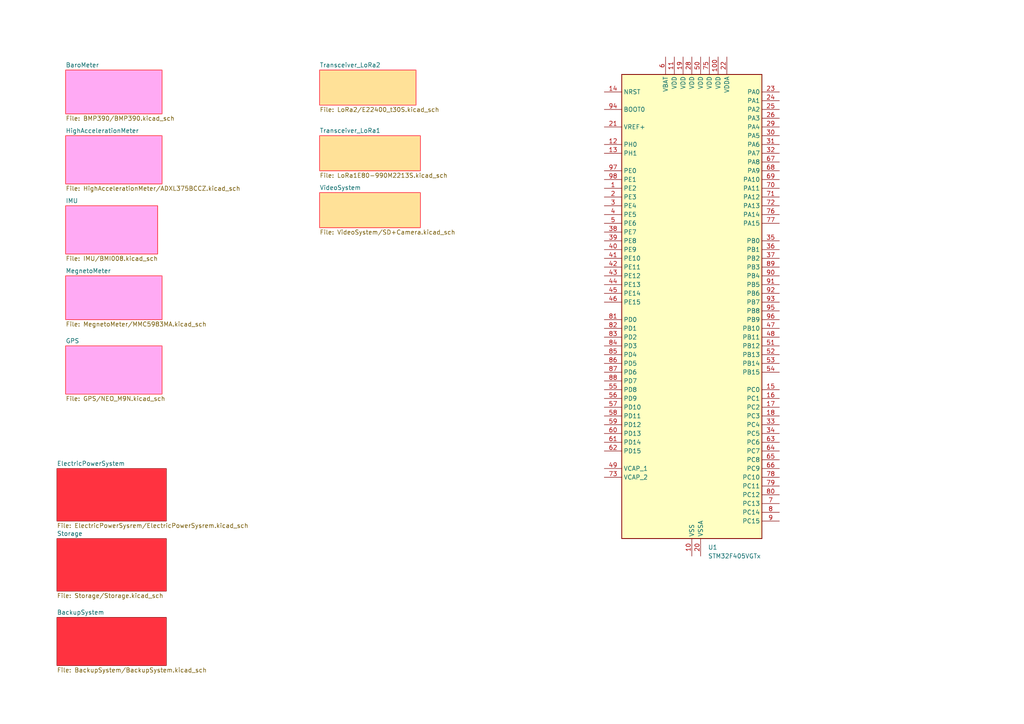
<source format=kicad_sch>
(kicad_sch (version 20250114) (generator "eeschema") (generator_version "9.0")
  (paper "A4")
  (lib_symbols
    (symbol "MCU_ST_STM32F4:STM32F405VGTx"
      (property "Reference" "U" (at -20.32 69.85 0))
      (property "Value" "STM32F405VGTx" (at 12.7 69.85 0))
      (symbol "STM32F405VGTx_0_1"
        (rectangle (start -20.32 -66.04) (end 20.32 68.58) (stroke (width 0.254)) (fill (type background)))
      )
      (symbol "STM32F405VGTx_1_1"
        (pin input line (at -25.4 63.5 0) (length 5.08) (name "NRST") (number "14"))
        (pin input line (at -25.4 58.42 0) (length 5.08) (name "BOOT0") (number "94"))
        (pin input line (at -25.4 53.34 0) (length 5.08) (name "VREF+") (number "21"))
        (pin bidirectional line (at -25.4 48.26 0) (length 5.08) (name "PH0") (number "12"))
        (pin bidirectional line (at -25.4 45.72 0) (length 5.08) (name "PH1") (number "13"))
        (pin bidirectional line (at -25.4 40.64 0) (length 5.08) (name "PE0") (number "97"))
        (pin bidirectional line (at -25.4 38.1 0) (length 5.08) (name "PE1") (number "98"))
        (pin bidirectional line (at -25.4 35.56 0) (length 5.08) (name "PE2") (number "1"))
        (pin bidirectional line (at -25.4 33.02 0) (length 5.08) (name "PE3") (number "2"))
        (pin bidirectional line (at -25.4 30.48 0) (length 5.08) (name "PE4") (number "3"))
        (pin bidirectional line (at -25.4 27.94 0) (length 5.08) (name "PE5") (number "4"))
        (pin bidirectional line (at -25.4 25.4 0) (length 5.08) (name "PE6") (number "5"))
        (pin bidirectional line (at -25.4 22.86 0) (length 5.08) (name "PE7") (number "38"))
        (pin bidirectional line (at -25.4 20.32 0) (length 5.08) (name "PE8") (number "39"))
        (pin bidirectional line (at -25.4 17.78 0) (length 5.08) (name "PE9") (number "40"))
        (pin bidirectional line (at -25.4 15.24 0) (length 5.08) (name "PE10") (number "41"))
        (pin bidirectional line (at -25.4 12.7 0) (length 5.08) (name "PE11") (number "42"))
        (pin bidirectional line (at -25.4 10.16 0) (length 5.08) (name "PE12") (number "43"))
        (pin bidirectional line (at -25.4 7.62 0) (length 5.08) (name "PE13") (number "44"))
        (pin bidirectional line (at -25.4 5.08 0) (length 5.08) (name "PE14") (number "45"))
        (pin bidirectional line (at -25.4 2.54 0) (length 5.08) (name "PE15") (number "46"))
        (pin bidirectional line (at -25.4 -2.54 0) (length 5.08) (name "PD0") (number "81"))
        (pin bidirectional line (at -25.4 -5.08 0) (length 5.08) (name "PD1") (number "82"))
        (pin bidirectional line (at -25.4 -7.62 0) (length 5.08) (name "PD2") (number "83"))
        (pin bidirectional line (at -25.4 -10.16 0) (length 5.08) (name "PD3") (number "84"))
        (pin bidirectional line (at -25.4 -12.7 0) (length 5.08) (name "PD4") (number "85"))
        (pin bidirectional line (at -25.4 -15.24 0) (length 5.08) (name "PD5") (number "86"))
        (pin bidirectional line (at -25.4 -17.78 0) (length 5.08) (name "PD6") (number "87"))
        (pin bidirectional line (at -25.4 -20.32 0) (length 5.08) (name "PD7") (number "88"))
        (pin bidirectional line (at -25.4 -22.86 0) (length 5.08) (name "PD8") (number "55"))
        (pin bidirectional line (at -25.4 -25.4 0) (length 5.08) (name "PD9") (number "56"))
        (pin bidirectional line (at -25.4 -27.94 0) (length 5.08) (name "PD10") (number "57"))
        (pin bidirectional line (at -25.4 -30.48 0) (length 5.08) (name "PD11") (number "58"))
        (pin bidirectional line (at -25.4 -33.02 0) (length 5.08) (name "PD12") (number "59"))
        (pin bidirectional line (at -25.4 -35.56 0) (length 5.08) (name "PD13") (number "60"))
        (pin bidirectional line (at -25.4 -38.1 0) (length 5.08) (name "PD14") (number "61"))
        (pin bidirectional line (at -25.4 -40.64 0) (length 5.08) (name "PD15") (number "62"))
        (pin power_out line (at -25.4 -45.72 0) (length 5.08) (name "VCAP_1") (number "49"))
        (pin power_out line (at -25.4 -48.26 0) (length 5.08) (name "VCAP_2") (number "73"))
        (pin power_in line (at -7.62 73.66 270) (length 5.08) (name "VBAT") (number "6"))
        (pin power_in line (at -5.08 73.66 270) (length 5.08) (name "VDD") (number "11"))
        (pin power_in line (at -2.54 73.66 270) (length 5.08) (name "VDD") (number "19"))
        (pin power_in line (at 0 73.66 270) (length 5.08) (name "VDD") (number "28"))
        (pin power_in line (at 0 -71.12 90) (length 5.08) (name "VSS") (number "10"))
        (pin passive line (at 0 -71.12 90) (length 5.08) (hide yes) (name "VSS") (number "27"))
        (pin passive line (at 0 -71.12 90) (length 5.08) (hide yes) (name "VSS") (number "74"))
        (pin passive line (at 0 -71.12 90) (length 5.08) (hide yes) (name "VSS") (number "99"))
        (pin power_in line (at 2.54 73.66 270) (length 5.08) (name "VDD") (number "50"))
        (pin power_in line (at 2.54 -71.12 90) (length 5.08) (name "VSSA") (number "20"))
        (pin power_in line (at 5.08 73.66 270) (length 5.08) (name "VDD") (number "75"))
        (pin power_in line (at 7.62 73.66 270) (length 5.08) (name "VDD") (number "100"))
        (pin power_in line (at 10.16 73.66 270) (length 5.08) (name "VDDA") (number "22"))
        (pin bidirectional line (at 25.4 63.5 180) (length 5.08) (name "PA0") (number "23"))
        (pin bidirectional line (at 25.4 60.96 180) (length 5.08) (name "PA1") (number "24"))
        (pin bidirectional line (at 25.4 58.42 180) (length 5.08) (name "PA2") (number "25"))
        (pin bidirectional line (at 25.4 55.88 180) (length 5.08) (name "PA3") (number "26"))
        (pin bidirectional line (at 25.4 53.34 180) (length 5.08) (name "PA4") (number "29"))
        (pin bidirectional line (at 25.4 50.8 180) (length 5.08) (name "PA5") (number "30"))
        (pin bidirectional line (at 25.4 48.26 180) (length 5.08) (name "PA6") (number "31"))
        (pin bidirectional line (at 25.4 45.72 180) (length 5.08) (name "PA7") (number "32"))
        (pin bidirectional line (at 25.4 43.18 180) (length 5.08) (name "PA8") (number "67"))
        (pin bidirectional line (at 25.4 40.64 180) (length 5.08) (name "PA9") (number "68"))
        (pin bidirectional line (at 25.4 38.1 180) (length 5.08) (name "PA10") (number "69"))
        (pin bidirectional line (at 25.4 35.56 180) (length 5.08) (name "PA11") (number "70"))
        (pin bidirectional line (at 25.4 33.02 180) (length 5.08) (name "PA12") (number "71"))
        (pin bidirectional line (at 25.4 30.48 180) (length 5.08) (name "PA13") (number "72"))
        (pin bidirectional line (at 25.4 27.94 180) (length 5.08) (name "PA14") (number "76"))
        (pin bidirectional line (at 25.4 25.4 180) (length 5.08) (name "PA15") (number "77"))
        (pin bidirectional line (at 25.4 20.32 180) (length 5.08) (name "PB0") (number "35"))
        (pin bidirectional line (at 25.4 17.78 180) (length 5.08) (name "PB1") (number "36"))
        (pin bidirectional line (at 25.4 15.24 180) (length 5.08) (name "PB2") (number "37"))
        (pin bidirectional line (at 25.4 12.7 180) (length 5.08) (name "PB3") (number "89"))
        (pin bidirectional line (at 25.4 10.16 180) (length 5.08) (name "PB4") (number "90"))
        (pin bidirectional line (at 25.4 7.62 180) (length 5.08) (name "PB5") (number "91"))
        (pin bidirectional line (at 25.4 5.08 180) (length 5.08) (name "PB6") (number "92"))
        (pin bidirectional line (at 25.4 2.54 180) (length 5.08) (name "PB7") (number "93"))
        (pin bidirectional line (at 25.4 0 180) (length 5.08) (name "PB8") (number "95"))
        (pin bidirectional line (at 25.4 -2.54 180) (length 5.08) (name "PB9") (number "96"))
        (pin bidirectional line (at 25.4 -5.08 180) (length 5.08) (name "PB10") (number "47"))
        (pin bidirectional line (at 25.4 -7.62 180) (length 5.08) (name "PB11") (number "48"))
        (pin bidirectional line (at 25.4 -10.16 180) (length 5.08) (name "PB12") (number "51"))
        (pin bidirectional line (at 25.4 -12.7 180) (length 5.08) (name "PB13") (number "52"))
        (pin bidirectional line (at 25.4 -15.24 180) (length 5.08) (name "PB14") (number "53"))
        (pin bidirectional line (at 25.4 -17.78 180) (length 5.08) (name "PB15") (number "54"))
        (pin bidirectional line (at 25.4 -22.86 180) (length 5.08) (name "PC0") (number "15"))
        (pin bidirectional line (at 25.4 -25.4 180) (length 5.08) (name "PC1") (number "16"))
        (pin bidirectional line (at 25.4 -27.94 180) (length 5.08) (name "PC2") (number "17"))
        (pin bidirectional line (at 25.4 -30.48 180) (length 5.08) (name "PC3") (number "18"))
        (pin bidirectional line (at 25.4 -33.02 180) (length 5.08) (name "PC4") (number "33"))
        (pin bidirectional line (at 25.4 -35.56 180) (length 5.08) (name "PC5") (number "34"))
        (pin bidirectional line (at 25.4 -38.1 180) (length 5.08) (name "PC6") (number "63"))
        (pin bidirectional line (at 25.4 -40.64 180) (length 5.08) (name "PC7") (number "64"))
        (pin bidirectional line (at 25.4 -43.18 180) (length 5.08) (name "PC8") (number "65"))
        (pin bidirectional line (at 25.4 -45.72 180) (length 5.08) (name "PC9") (number "66"))
        (pin bidirectional line (at 25.4 -48.26 180) (length 5.08) (name "PC10") (number "78"))
        (pin bidirectional line (at 25.4 -50.8 180) (length 5.08) (name "PC11") (number "79"))
        (pin bidirectional line (at 25.4 -53.34 180) (length 5.08) (name "PC12") (number "80"))
        (pin bidirectional line (at 25.4 -55.88 180) (length 5.08) (name "PC13") (number "7"))
        (pin bidirectional line (at 25.4 -58.42 180) (length 5.08) (name "PC14") (number "8"))
        (pin bidirectional line (at 25.4 -60.96 180) (length 5.08) (name "PC15") (number "9"))
      )
    )
  )
  (symbol (lib_id "MCU_ST_STM32F4:STM32F405VGTx") (at 200.66 90.17 0) (unit 1)
    (property "Reference" "U1" (at 205.3433 158.75 0) (effects (justify left)))
    (property "Value" "STM32F405VGTx" (at 205.3433 161.29 0) (effects (justify left)))
    (property "Footprint" "Package_QFP:LQFP-100_14x14mm_P0.5mm" (effects (hide yes)))
    (property "Datasheet" "https://www.st.com/resource/en/datasheet/stm32f405vg.pdf" (effects (hide yes)))
    (property "Description" "STMicroelectronics Arm Cortex-M4 MCU, 1024KB flash, 192KB RAM, 168 MHz, 1.8-3.6V, 82 GPIO, LQFP100" (effects (hide yes)))
  )
  (sheet (at 92.71 39.37) (size 29.21 10.16) (stroke (width 0.2286) (color 255 57 69 1)) (fill (color 255 225 152 1.0000))
    (property "Sheetname" "Transceiver_LoRa1" (at 92.71 38.6203 0) (effects (justify left bottom)))
    (property "Sheetfile" "LoRa1E80-990M2213S.kicad_sch" (at 92.71 50.1527 0) (effects (justify left top)))
  )
  (sheet (at 92.71 55.88) (size 29.21 10.16) (stroke (width 0.2286) (color 255 57 69 1)) (fill (color 255 225 152 1.0000))
    (property "Sheetname" "VideoSystem" (at 92.71 55.1684 0) (effects (justify left bottom)))
    (property "Sheetfile" "VideoSystem/SD+Camera.kicad_sch" (at 92.71 66.6246 0) (effects (justify left top)))
  )
  (sheet (at 19.05 39.37) (size 27.94 13.97) (stroke (width 0.2286) (color 255 57 69 1)) (fill (color 255 170 244 1.0000))
    (property "Sheetname" "HighAccelerationMeter" (at 19.05 38.6584 0) (effects (justify left bottom)))
    (property "Sheetfile" "HighAccelerationMeter/ADXL375BCCZ.kicad_sch" (at 19.05 53.9246 0) (effects (justify left top)))
  )
  (sheet (at 16.51 135.89) (size 31.75 15.24) (stroke (width 0.1524)) (fill (color 255 50 64 1.0000))
    (property "Sheetname" "ElectricPowerSystem" (at 16.51 135.1784 0) (effects (justify left bottom)))
    (property "Sheetfile" "ElectricPowerSysrem/ElectricPowerSysrem.kicad_sch" (at 16.51 151.7146 0) (effects (justify left top)))
  )
  (sheet (at 16.51 179.07) (size 31.75 13.97) (stroke (width 0.1524)) (fill (color 255 50 64 1.0000))
    (property "Sheetname" "BackupSystem" (at 16.51 178.3584 0) (effects (justify left bottom)))
    (property "Sheetfile" "BackupSystem/BackupSystem.kicad_sch" (at 16.51 193.6246 0) (effects (justify left top)))
  )
  (sheet (at 16.51 156.21) (size 31.75 15.24) (stroke (width 0.1524)) (fill (color 255 50 64 1.0000))
    (property "Sheetname" "Storage" (at 16.51 155.4984 0) (effects (justify left bottom)))
    (property "Sheetfile" "Storage/Storage.kicad_sch" (at 16.51 172.0346 0) (effects (justify left top)))
  )
  (sheet (at 92.71 20.32) (size 27.94 10.16) (stroke (width 0.2286) (color 255 57 69 1)) (fill (color 255 225 152 1.0000))
    (property "Sheetname" "Transceiver_LoRa2" (at 92.71 19.6084 0) (effects (justify left bottom)))
    (property "Sheetfile" "LoRa2/E22400_t30S.kicad_sch" (at 92.71 31.0646 0) (effects (justify left top)))
  )
  (sheet (at 19.05 100.33) (size 27.94 13.97) (stroke (width 0.2286) (color 255 57 69 1)) (fill (color 255 170 244 1.0000))
    (property "Sheetname" "GPS" (at 19.05 99.6184 0) (effects (justify left bottom)))
    (property "Sheetfile" "GPS/NEO_M9N.kicad_sch" (at 19.05 114.8846 0) (effects (justify left top)))
  )
  (sheet (at 19.05 59.69) (size 26.67 13.97) (stroke (width 0.2286) (color 255 57 69 1)) (fill (color 255 170 244 1.0000))
    (property "Sheetname" "IMU" (at 19.05 58.9784 0) (effects (justify left bottom)))
    (property "Sheetfile" "IMU/BMI008.kicad_sch" (at 19.05 74.2446 0) (effects (justify left top)))
  )
  (sheet (at 19.05 80.01) (size 27.94 12.7) (stroke (width 0.2286) (color 255 57 69 1)) (fill (color 255 170 244 1.0000))
    (property "Sheetname" "MegnetoMeter" (at 19.05 79.2984 0) (effects (justify left bottom)))
    (property "Sheetfile" "MegnetoMeter/MMC5983MA.kicad_sch" (at 19.05 93.2946 0) (effects (justify left top)))
  )
  (sheet (at 19.05 20.32) (size 27.94 12.7) (stroke (width 0.2286) (color 255 57 69 1)) (fill (color 255 170 244 1.0000))
    (property "Sheetname" "BaroMeter" (at 19.05 19.6084 0) (effects (justify left bottom)))
    (property "Sheetfile" "BMP390/BMP390.kicad_sch" (at 19.05 33.6046 0) (effects (justify left top)))
  )
)
</source>
